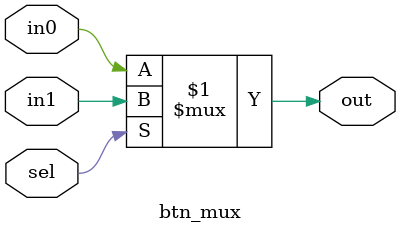
<source format=sv>
`timescale 1ns / 1ps


module btn_mux #(
    parameter WIDTH = 1 // Default width is 1 bit; can be parameterized
) (
    input logic sel,          // Select signal
    input logic [WIDTH-1:0] in0, // Input 0
    input logic [WIDTH-1:0] in1, // Input 1
    output logic [WIDTH-1:0] out  // Output
);
    assign out = sel ? in1 : in0;
endmodule

</source>
